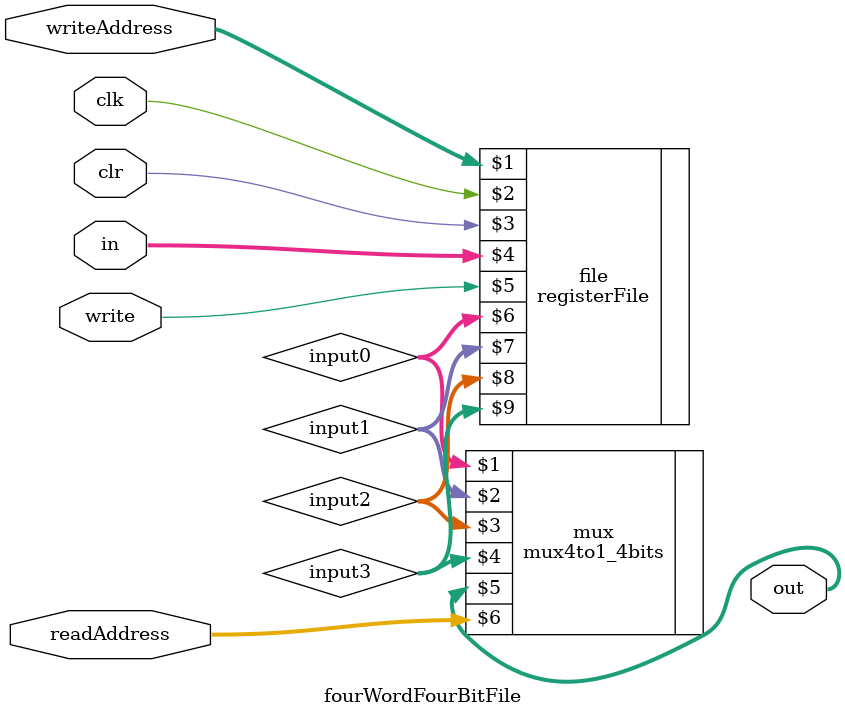
<source format=v>
`timescale 1ns / 1ps
 module fourWordFourBitFile(in, out, writeAddress, readAddress, clk, clr, write);
	input[3:0] in;
	output[3:0] out;
	input[1:0] writeAddress;
	input[1:0] readAddress;
	input clk, clr, write;
	wire[3:0] input0, input1, input2, input3;
	
		registerFile file(writeAddress, clk,clr,in,write,input0,input1,input2,input3); //registerFile(sel,clk,clr,w,write,q0,q1,q2,q3);
		mux4to1_4bits mux(input0, input1, input2, input3, out, readAddress); //mux4to1_4bits(input0, input1, input2, input3, output0, control);

endmodule

</source>
